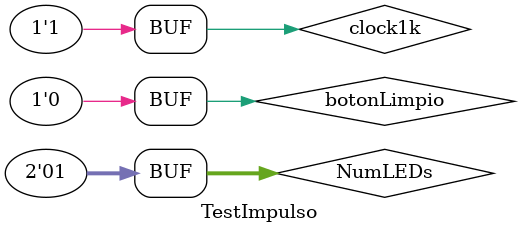
<source format=v>
`timescale 1ns / 1ps


module TestImpulso;

	// Inputs
	reg clock1k;
	reg botonLimpio;
	reg [1:0] NumLEDs;
	

	// Outputs
	wire impulso;
	

	// Instantiate the Unit Under Test (UUT)
	PulsoAImpulso uut (
		.clock1k(clock1k), 
		.botonLimpio(botonLimpio), 
		.NumLEDs(NumLEDs), 
		.impulso(impulso)		
	);

	initial begin
	NumLEDs = 1;
	botonLimpio=0;
	#1000127;
	#1000432;
	#1000000;
	botonLimpio=1;
	#10000000;
	#10000000;
	#10000000;
	botonLimpio=0;
	#1000127;
	#1000432;
	#1000000;
	botonLimpio=1;
	#10000000;
	#10000000;
	#10000000;
	botonLimpio=0;

	end
	
	always begin
	clock1k = 0;#500000;
	clock1k = 1;#500000;
	end
      
endmodule


</source>
